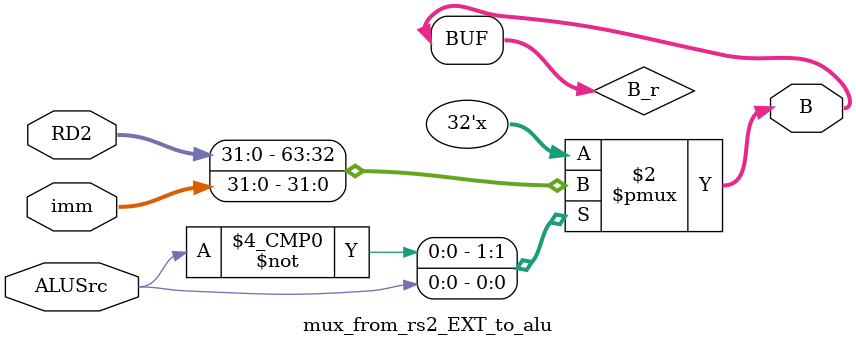
<source format=v>
module mux_from_rs2_EXT_to_alu(input ALUSrc,
                               input [31:0] RD2,
                               input [31:0] imm,
                               output [31:0] B);
    reg [31:0] B_r;
    always @(*) begin
        case (ALUSrc)
            1'b0:begin
                B_r <= RD2;
            end
            1'b1:begin
                B_r <= imm;
            end
        endcase
    end
    assign B = B_r;
endmodule

</source>
